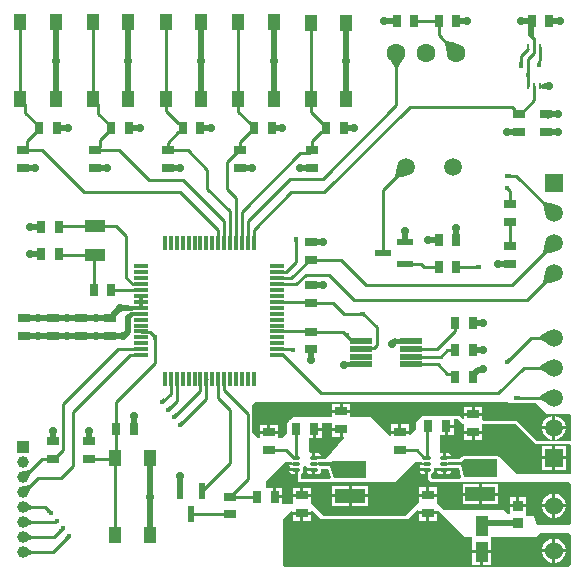
<source format=gtl>
G04*
G04 #@! TF.GenerationSoftware,Altium Limited,Altium Designer,22.8.2 (66)*
G04*
G04 Layer_Physical_Order=1*
G04 Layer_Color=255*
%FSLAX25Y25*%
%MOIN*%
G70*
G04*
G04 #@! TF.SameCoordinates,353F7BBD-D662-4BEA-BAB2-8ECF1C4A7E15*
G04*
G04*
G04 #@! TF.FilePolarity,Positive*
G04*
G01*
G75*
%ADD10C,0.01000*%
%ADD17R,0.07700X0.02000*%
%ADD18R,0.04331X0.05512*%
%ADD19R,0.03937X0.03150*%
%ADD20R,0.03150X0.03937*%
%ADD21C,0.06000*%
%ADD22R,0.04331X0.06693*%
%ADD23R,0.07087X0.03937*%
%ADD24R,0.00903X0.02375*%
%ADD25R,0.03543X0.03543*%
%ADD26R,0.09843X0.04724*%
%ADD27R,0.01181X0.04724*%
%ADD28R,0.04724X0.01181*%
%ADD29R,0.02362X0.05512*%
G04:AMPARAMS|DCode=30|XSize=26.38mil|YSize=11.81mil|CornerRadius=1.95mil|HoleSize=0mil|Usage=FLASHONLY|Rotation=0.000|XOffset=0mil|YOffset=0mil|HoleType=Round|Shape=RoundedRectangle|*
%AMROUNDEDRECTD30*
21,1,0.02638,0.00791,0,0,0.0*
21,1,0.02248,0.01181,0,0,0.0*
1,1,0.00390,0.01124,-0.00396*
1,1,0.00390,-0.01124,-0.00396*
1,1,0.00390,-0.01124,0.00396*
1,1,0.00390,0.01124,0.00396*
%
%ADD30ROUNDEDRECTD30*%
%ADD31R,0.05512X0.02362*%
%ADD47C,0.01968*%
%ADD48C,0.01575*%
%ADD49C,0.01181*%
%ADD50C,0.05906*%
%ADD51C,0.06299*%
%ADD52R,0.05906X0.05906*%
%ADD53C,0.03937*%
%ADD54R,0.03937X0.03937*%
%ADD55C,0.02756*%
%ADD56C,0.01772*%
G36*
X472469Y400649D02*
X469351Y397532D01*
X468611Y400682D01*
X469318Y401389D01*
X472469Y400649D01*
D02*
G37*
G36*
X494620Y393633D02*
X493380D01*
X493500Y394263D01*
X494500D01*
X494620Y393633D01*
D02*
G37*
G36*
X453000Y392501D02*
X452000D01*
X450295Y395251D01*
X454705D01*
X453000Y392501D01*
D02*
G37*
G36*
X497120Y390633D02*
X495880D01*
X496000Y391263D01*
X497000D01*
X497120Y390633D01*
D02*
G37*
G36*
X497000Y388737D02*
X496000D01*
X495880Y389367D01*
X497120D01*
X497000Y388737D01*
D02*
G37*
G36*
X490763Y357000D02*
Y356000D01*
X490133Y355880D01*
Y357120D01*
X490763Y357000D01*
D02*
G37*
G36*
X455722Y356547D02*
X452795Y355836D01*
X452088Y356543D01*
X452799Y359471D01*
X455722Y356547D01*
D02*
G37*
G36*
X490700Y351799D02*
X489845Y351239D01*
X489361Y351625D01*
X490372Y352344D01*
X490700Y351799D01*
D02*
G37*
G36*
X504971Y346953D02*
X502047Y344029D01*
X501336Y346957D01*
X502043Y347664D01*
X504971Y346953D01*
D02*
G37*
G36*
X419500Y334237D02*
X418500D01*
X418380Y334867D01*
X419620D01*
X419500Y334237D01*
D02*
G37*
G36*
X504971Y331047D02*
X502043Y330336D01*
X501336Y331043D01*
X502047Y333970D01*
X504971Y331047D01*
D02*
G37*
G36*
X479367Y325380D02*
X478737Y325500D01*
Y326500D01*
X479367Y326620D01*
Y325380D01*
D02*
G37*
G36*
X504971Y321047D02*
X502043Y320336D01*
X501336Y321043D01*
X502047Y323971D01*
X504971Y321047D01*
D02*
G37*
G36*
X440867Y309880D02*
X440237Y310000D01*
Y311000D01*
X440867Y311120D01*
Y309880D01*
D02*
G37*
G36*
X442746Y309961D02*
X442039Y309254D01*
X441509Y309614D01*
X442386Y310491D01*
X442746Y309961D01*
D02*
G37*
G36*
X435844Y304372D02*
X435125Y303361D01*
X434739Y303845D01*
X435299Y304700D01*
X435844Y304372D01*
D02*
G37*
G36*
X371991Y303754D02*
X371114Y302877D01*
X370877Y303371D01*
X371461Y304114D01*
X371991Y303754D01*
D02*
G37*
G36*
X437155Y302702D02*
X436183Y302259D01*
X435761Y302647D01*
X436848Y303244D01*
X437155Y302702D01*
D02*
G37*
G36*
X372500Y301605D02*
X371500D01*
X371380Y302235D01*
X372620D01*
X372500Y301605D01*
D02*
G37*
G36*
X502891Y300433D02*
X500318Y302000D01*
Y303000D01*
X502891Y304567D01*
Y300433D01*
D02*
G37*
G36*
X417315Y297939D02*
X416689Y298079D01*
X416798Y299079D01*
X417425Y299174D01*
X417315Y297939D01*
D02*
G37*
G36*
X490746Y295039D02*
X490386Y294509D01*
X489509Y295386D01*
X490039Y295746D01*
X490746Y295039D01*
D02*
G37*
G36*
X436195Y294327D02*
X436991Y292763D01*
X436018Y292572D01*
X435828Y294600D01*
X436195Y294327D01*
D02*
G37*
G36*
X502891Y290433D02*
X500318Y292000D01*
Y293000D01*
X502891Y294567D01*
Y290433D01*
D02*
G37*
G36*
X493763Y283000D02*
Y282000D01*
X493133Y281880D01*
Y283120D01*
X493763Y283000D01*
D02*
G37*
G36*
X375746Y281539D02*
X375386Y281009D01*
X374509Y281886D01*
X375039Y282246D01*
X375746Y281539D01*
D02*
G37*
G36*
X502891Y280433D02*
X500318Y282000D01*
Y283000D01*
X502891Y284567D01*
Y280433D01*
D02*
G37*
G36*
X377746Y279039D02*
X377386Y278509D01*
X376509Y279386D01*
X377039Y279746D01*
X377746Y279039D01*
D02*
G37*
G36*
X379746Y276539D02*
X379386Y276009D01*
X378509Y276886D01*
X379039Y277246D01*
X379746Y276539D01*
D02*
G37*
G36*
X381746Y274039D02*
X381386Y273509D01*
X380509Y274386D01*
X381039Y274746D01*
X381746Y274039D01*
D02*
G37*
G36*
X489905Y280595D02*
X498766D01*
X498770Y280599D01*
X498897Y280603D01*
X502500Y277000D01*
X510497D01*
X510850Y276646D01*
X510845Y268459D01*
X510672Y268190D01*
X510493Y268020D01*
X499422Y268020D01*
X492933Y274509D01*
X492602Y274730D01*
X492212Y274808D01*
X481443D01*
X481229Y274964D01*
X481047Y275192D01*
X481032Y275235D01*
Y276406D01*
X478063D01*
X475095D01*
Y275559D01*
X474633Y275367D01*
X473500Y276500D01*
X473069D01*
X472971Y276520D01*
X471638D01*
X471539Y276500D01*
X461000D01*
X459000Y274500D01*
Y272000D01*
X457074Y270074D01*
X456612Y270266D01*
Y270480D01*
X453644D01*
X450675D01*
Y269978D01*
X450213Y269787D01*
X444000Y276000D01*
X437055D01*
Y277406D01*
X434087D01*
Y277906D01*
D01*
Y277406D01*
X431118D01*
Y276000D01*
X418000D01*
X416968Y274969D01*
X416606D01*
Y274606D01*
X416000Y274000D01*
Y270500D01*
X414500Y269000D01*
X412968D01*
Y270453D01*
X410000D01*
X407031D01*
Y269000D01*
X406500D01*
X404529Y270971D01*
Y277000D01*
X404500Y277148D01*
Y280000D01*
X405500Y281000D01*
X489500D01*
X489905Y280595D01*
D02*
G37*
G36*
X431118Y272500D02*
X434087D01*
Y272000D01*
X434587D01*
Y269425D01*
X434954D01*
X435160Y268970D01*
X429009Y261943D01*
X427826Y261944D01*
X427733Y261968D01*
X426670D01*
X426590Y262021D01*
X426124Y262114D01*
X425000D01*
Y262469D01*
X424500D01*
Y264083D01*
X423876D01*
X423500Y264391D01*
Y269032D01*
X424587D01*
Y272000D01*
X425087D01*
Y272500D01*
X427661D01*
Y274000D01*
X431118D01*
Y272500D01*
D02*
G37*
G36*
X442500Y255662D02*
X431783D01*
X430541Y259847D01*
X426898D01*
X426590Y260053D01*
X426124Y260145D01*
X424138D01*
X424036Y260418D01*
X424387Y260855D01*
X426124D01*
X426590Y260947D01*
X426610Y260961D01*
X426670Y260949D01*
X427701D01*
X427826Y260924D01*
X429008Y260923D01*
X429042Y260930D01*
X429076Y260925D01*
X429236Y260968D01*
X429398Y261000D01*
X429427Y261020D01*
X429461Y261029D01*
X429592Y261129D01*
X429607Y261139D01*
X430691Y261139D01*
X431198Y261500D01*
X442500D01*
Y255662D01*
D02*
G37*
G36*
X474683Y273788D02*
X475095Y273575D01*
X475095Y273288D01*
Y271500D01*
X478063D01*
X481032D01*
Y273288D01*
X481032Y273575D01*
X481443Y273788D01*
X492212D01*
X499000Y267000D01*
X510493Y267000D01*
X510850Y266593D01*
X510850Y257514D01*
X510360Y257024D01*
Y257000D01*
X492500D01*
X486904Y262596D01*
X486805D01*
X486721Y262721D01*
X486390Y262942D01*
X486000Y263020D01*
X475000D01*
X474610Y262942D01*
X474279Y262721D01*
X473518Y261960D01*
X470848D01*
X470841Y261968D01*
X470083D01*
X470004Y262021D01*
X469537Y262114D01*
X468413D01*
Y262469D01*
X467913D01*
Y264083D01*
X467289D01*
X467000Y264320D01*
Y270031D01*
X468563D01*
Y273000D01*
X469063D01*
Y273500D01*
X471638D01*
Y275500D01*
X472971D01*
X474683Y273788D01*
D02*
G37*
G36*
X486000Y256132D02*
X475117D01*
X473982Y260064D01*
X469946D01*
X469537Y260145D01*
X467289D01*
X467221Y260201D01*
Y260383D01*
X467698Y260855D01*
X469537D01*
X469971Y260941D01*
X473941D01*
X475000Y262000D01*
X486000D01*
Y256132D01*
D02*
G37*
G36*
X330645Y257610D02*
X329957Y255787D01*
X328252Y257952D01*
X330025Y258403D01*
X330645Y257610D01*
D02*
G37*
G36*
X465985Y259032D02*
X466744D01*
X466823Y258979D01*
X467289Y258886D01*
X469537D01*
X470004Y258979D01*
X470083Y259032D01*
X470841D01*
X470852Y259045D01*
X473215D01*
X474088Y256020D01*
X473842Y255579D01*
X473815Y255555D01*
X473748Y255520D01*
X464549D01*
X464146Y255922D01*
Y256918D01*
X464129Y257001D01*
X464177Y257010D01*
X464572Y257274D01*
X464836Y257670D01*
X464929Y258136D01*
Y258927D01*
X465050Y259074D01*
X465950D01*
X465985Y259032D01*
D02*
G37*
G36*
X422729Y259430D02*
X422743Y259358D01*
X422678Y259032D01*
X423330D01*
X423410Y258979D01*
X423876Y258886D01*
X425000D01*
Y258531D01*
X425500D01*
Y256918D01*
X426124D01*
X426590Y257010D01*
X426986Y257274D01*
X427250Y257670D01*
X427342Y258136D01*
Y258828D01*
X429780D01*
X430642Y255920D01*
X430343Y255520D01*
X420731D01*
X420722Y256924D01*
X420718Y256942D01*
X420763Y257010D01*
X421159Y257274D01*
X421423Y257670D01*
X421516Y258136D01*
Y258927D01*
X421431Y259350D01*
X421459Y259453D01*
X421691Y259838D01*
X422491Y259843D01*
X422729Y259430D01*
D02*
G37*
G36*
X459814Y261000D02*
X460917D01*
X460996Y260947D01*
X461463Y260854D01*
X462587D01*
Y260000D01*
X460265D01*
X460337Y259638D01*
X460419Y259516D01*
X460337Y259393D01*
X460265Y259032D01*
X462587D01*
Y258531D01*
X463087D01*
Y256918D01*
X463126D01*
Y255500D01*
X464126Y254500D01*
X509845D01*
X509999Y254350D01*
X510000D01*
X510850Y253500D01*
X510850Y240850D01*
X510000Y240000D01*
X499328D01*
X498330Y243045D01*
X496131Y243026D01*
X495772Y243383D01*
Y243728D01*
X495772Y243866D01*
Y246000D01*
X490228D01*
Y243866D01*
X490124Y243751D01*
X489499Y243729D01*
X488228Y245000D01*
X468500D01*
X465969Y247532D01*
Y249500D01*
X463000D01*
Y250000D01*
D01*
Y249500D01*
X460032D01*
Y247532D01*
X455500Y243000D01*
X428500D01*
X424500Y247000D01*
X424332D01*
X423969Y247331D01*
X423969Y247500D01*
Y249406D01*
X421000D01*
X418032D01*
Y247500D01*
X418032Y247331D01*
X417668Y247000D01*
X414528D01*
Y249000D01*
X411953D01*
Y249500D01*
X411453D01*
Y252468D01*
X409378D01*
X409000Y252763D01*
Y254500D01*
X415500Y261000D01*
X417504D01*
X417583Y260947D01*
X418049Y260854D01*
X419173D01*
Y260000D01*
X416852D01*
X416924Y259638D01*
X417005Y259516D01*
X416924Y259393D01*
X416852Y259032D01*
X419173D01*
Y258531D01*
X419673D01*
Y256918D01*
X419703D01*
X419718Y254500D01*
X452000D01*
X459069Y261000D01*
X459796Y261020D01*
X459814Y261000D01*
D02*
G37*
G36*
X330645Y252609D02*
X329957Y250787D01*
X328252Y252952D01*
X330025Y253403D01*
X330645Y252609D01*
D02*
G37*
G36*
X331085Y246500D02*
Y245500D01*
X329406Y244622D01*
Y247378D01*
X331085Y246500D01*
D02*
G37*
G36*
X427500Y242000D02*
X428402D01*
X428500Y241980D01*
X455500D01*
X455598Y242000D01*
X456500D01*
X459570Y245070D01*
X460032Y244878D01*
Y244595D01*
X463000D01*
X465969D01*
Y244878D01*
X466430Y245070D01*
X475500Y236000D01*
X477835D01*
Y231669D01*
X484165D01*
Y236000D01*
X499000D01*
X500500Y237500D01*
X510000D01*
X510843Y236657D01*
X510856D01*
Y227000D01*
X510175Y226318D01*
X509832Y225994D01*
Y225994D01*
X415506D01*
X414662Y226838D01*
Y242000D01*
X417573Y244685D01*
X417995Y244500D01*
X421000D01*
X423969D01*
Y244878D01*
X424430Y245070D01*
X427500Y242000D01*
D02*
G37*
G36*
X337346Y244838D02*
X336469Y243961D01*
X336109Y244492D01*
X336816Y245199D01*
X337346Y244838D01*
D02*
G37*
G36*
X339086Y240608D02*
X338062Y240500D01*
X337939Y241500D01*
X338495Y241662D01*
X339086Y240608D01*
D02*
G37*
G36*
X331085Y241500D02*
Y240500D01*
X329406Y239622D01*
Y242378D01*
X331085Y241500D01*
D02*
G37*
G36*
X341346Y238067D02*
X340816Y237706D01*
X340109Y238413D01*
X340469Y238943D01*
X341346Y238067D01*
D02*
G37*
G36*
X343346Y235566D02*
X342816Y235206D01*
X342109Y235913D01*
X342469Y236443D01*
X343346Y235566D01*
D02*
G37*
G36*
X331085Y236500D02*
Y235500D01*
X329406Y234622D01*
Y237378D01*
X331085Y236500D01*
D02*
G37*
G36*
Y231500D02*
Y230500D01*
X329406Y229622D01*
Y232378D01*
X331085Y231500D01*
D02*
G37*
%LPC*%
G36*
X437055Y280480D02*
X434587D01*
Y278405D01*
X437055D01*
Y280480D01*
D02*
G37*
G36*
X433587D02*
X431118D01*
Y278405D01*
X433587D01*
Y280480D01*
D02*
G37*
G36*
X481032Y279480D02*
X478563D01*
Y277406D01*
X481032D01*
Y279480D01*
D02*
G37*
G36*
X477563D02*
X475095D01*
Y277406D01*
X477563D01*
Y279480D01*
D02*
G37*
G36*
X505520Y276453D02*
X505500D01*
Y273000D01*
X508953D01*
Y273020D01*
X508683Y274026D01*
X508163Y274927D01*
X507427Y275663D01*
X506526Y276183D01*
X505520Y276453D01*
D02*
G37*
G36*
X504500D02*
X504480D01*
X503474Y276183D01*
X502573Y275663D01*
X501837Y274927D01*
X501317Y274026D01*
X501047Y273020D01*
Y273000D01*
X504500D01*
Y276453D01*
D02*
G37*
G36*
X456612Y273555D02*
X454144D01*
Y271480D01*
X456612D01*
Y273555D01*
D02*
G37*
G36*
X453144D02*
X450675D01*
Y271480D01*
X453144D01*
Y273555D01*
D02*
G37*
G36*
X412968Y273528D02*
X410500D01*
Y271453D01*
X412968D01*
Y273528D01*
D02*
G37*
G36*
X409500D02*
X407031D01*
Y271453D01*
X409500D01*
Y273528D01*
D02*
G37*
G36*
X508953Y272000D02*
X505500D01*
Y268547D01*
X505520D01*
X506526Y268817D01*
X507427Y269337D01*
X508163Y270073D01*
X508683Y270974D01*
X508953Y271980D01*
Y272000D01*
D02*
G37*
G36*
X504500D02*
X501047D01*
Y271980D01*
X501317Y270974D01*
X501837Y270073D01*
X502573Y269337D01*
X503474Y268817D01*
X504480Y268547D01*
X504500D01*
Y272000D01*
D02*
G37*
G36*
X433587Y271500D02*
X431118D01*
Y269425D01*
X433587D01*
Y271500D01*
D02*
G37*
G36*
X427661Y271500D02*
X425587D01*
Y269032D01*
X427661D01*
Y271500D01*
D02*
G37*
G36*
X426124Y264083D02*
X425500D01*
Y262968D01*
X427322D01*
X427250Y263330D01*
X426986Y263726D01*
X426590Y263990D01*
X426124Y264083D01*
D02*
G37*
G36*
X471638Y272500D02*
X469563D01*
Y270031D01*
X471638D01*
Y272500D01*
D02*
G37*
G36*
X481032Y270500D02*
X478563D01*
Y268425D01*
X481032D01*
Y270500D01*
D02*
G37*
G36*
X477563D02*
X475095D01*
Y268425D01*
X477563D01*
Y270500D01*
D02*
G37*
G36*
X508953Y266453D02*
X505500D01*
Y263000D01*
X508953D01*
Y266453D01*
D02*
G37*
G36*
X504500D02*
X501047D01*
Y263000D01*
X504500D01*
Y266453D01*
D02*
G37*
G36*
X469537Y264083D02*
X468913D01*
Y262968D01*
X470735D01*
X470663Y263330D01*
X470399Y263726D01*
X470004Y263990D01*
X469537Y264083D01*
D02*
G37*
G36*
X508953Y262000D02*
X505500D01*
Y258547D01*
X508953D01*
Y262000D01*
D02*
G37*
G36*
X504500D02*
X501047D01*
Y258547D01*
X504500D01*
Y262000D01*
D02*
G37*
G36*
X470735Y258032D02*
X468913D01*
Y256918D01*
X469537D01*
X470004Y257010D01*
X470399Y257274D01*
X470663Y257670D01*
X470735Y258032D01*
D02*
G37*
G36*
X467913D02*
X466092D01*
X466164Y257670D01*
X466428Y257274D01*
X466823Y257010D01*
X467289Y256918D01*
X467913D01*
Y258032D01*
D02*
G37*
G36*
X424500D02*
X422678D01*
X422750Y257670D01*
X423014Y257274D01*
X423410Y257010D01*
X423876Y256918D01*
X424500D01*
Y258032D01*
D02*
G37*
G36*
X462087D02*
X460265D01*
X460337Y257670D01*
X460601Y257274D01*
X460996Y257010D01*
X461463Y256918D01*
X462087D01*
Y258032D01*
D02*
G37*
G36*
X418673D02*
X416852D01*
X416924Y257670D01*
X417188Y257274D01*
X417583Y257010D01*
X418049Y256918D01*
X418673D01*
Y258032D01*
D02*
G37*
G36*
X486421Y253701D02*
X481000D01*
Y250839D01*
X486421D01*
Y253701D01*
D02*
G37*
G36*
X480000D02*
X474579D01*
Y250839D01*
X480000D01*
Y253701D01*
D02*
G37*
G36*
X465969Y252575D02*
X463500D01*
Y250500D01*
X465969D01*
Y252575D01*
D02*
G37*
G36*
X462500D02*
X460032D01*
Y250500D01*
X462500D01*
Y252575D01*
D02*
G37*
G36*
X423969Y252480D02*
X421500D01*
Y250406D01*
X423969D01*
Y252480D01*
D02*
G37*
G36*
X420500D02*
X418032D01*
Y250406D01*
X420500D01*
Y252480D01*
D02*
G37*
G36*
X443008Y253201D02*
X437587D01*
Y250339D01*
X443008D01*
Y253201D01*
D02*
G37*
G36*
X436587D02*
X431165D01*
Y250339D01*
X436587D01*
Y253201D01*
D02*
G37*
G36*
X412453Y252468D02*
Y250000D01*
X414528D01*
Y252468D01*
X412453D01*
D02*
G37*
G36*
X505527Y250500D02*
X505500D01*
Y247000D01*
X509000D01*
Y247027D01*
X508727Y248044D01*
X508201Y248956D01*
X507456Y249701D01*
X506544Y250227D01*
X505527Y250500D01*
D02*
G37*
G36*
X504500D02*
X504473D01*
X503456Y250227D01*
X502544Y249701D01*
X501799Y248956D01*
X501273Y248044D01*
X501000Y247027D01*
Y247000D01*
X504500D01*
Y250500D01*
D02*
G37*
G36*
X495772Y249272D02*
X493500D01*
Y247000D01*
X495772D01*
Y249272D01*
D02*
G37*
G36*
X492500D02*
X490228D01*
Y247000D01*
X492500D01*
Y249272D01*
D02*
G37*
G36*
X486421Y249839D02*
X481000D01*
Y246976D01*
X486421D01*
Y249839D01*
D02*
G37*
G36*
X480000D02*
X474579D01*
Y246976D01*
X480000D01*
Y249839D01*
D02*
G37*
G36*
X443008Y249339D02*
X437587D01*
Y246476D01*
X443008D01*
Y249339D01*
D02*
G37*
G36*
X436587D02*
X431165D01*
Y246476D01*
X436587D01*
Y249339D01*
D02*
G37*
G36*
X509000Y246000D02*
X505500D01*
Y242500D01*
X505527D01*
X506544Y242773D01*
X507456Y243299D01*
X508201Y244044D01*
X508727Y244956D01*
X509000Y245973D01*
Y246000D01*
D02*
G37*
G36*
X504500D02*
X501000D01*
Y245973D01*
X501273Y244956D01*
X501799Y244044D01*
X502544Y243299D01*
X503456Y242773D01*
X504473Y242500D01*
X504500D01*
Y246000D01*
D02*
G37*
G36*
X465969Y243595D02*
X463500D01*
Y241520D01*
X465969D01*
Y243595D01*
D02*
G37*
G36*
X462500D02*
X460032D01*
Y241520D01*
X462500D01*
Y243595D01*
D02*
G37*
G36*
X423969Y243500D02*
X421500D01*
Y241425D01*
X423969D01*
Y243500D01*
D02*
G37*
G36*
X420500D02*
X418032D01*
Y241425D01*
X420500D01*
Y243500D01*
D02*
G37*
G36*
X505527Y235500D02*
X505500D01*
Y232000D01*
X509000D01*
Y232027D01*
X508727Y233044D01*
X508201Y233956D01*
X507456Y234701D01*
X506544Y235227D01*
X505527Y235500D01*
D02*
G37*
G36*
X504500D02*
X504473D01*
X503456Y235227D01*
X502544Y234701D01*
X501799Y233956D01*
X501273Y233044D01*
X501000Y232027D01*
Y232000D01*
X504500D01*
Y235500D01*
D02*
G37*
G36*
X509000Y231000D02*
X505500D01*
Y227500D01*
X505527D01*
X506544Y227773D01*
X507456Y228299D01*
X508201Y229044D01*
X508727Y229956D01*
X509000Y230973D01*
Y231000D01*
D02*
G37*
G36*
X504500D02*
X501000D01*
Y230973D01*
X501273Y229956D01*
X501799Y229044D01*
X502544Y228299D01*
X503456Y227773D01*
X504473Y227500D01*
X504500D01*
Y231000D01*
D02*
G37*
G36*
X484165Y230669D02*
X481500D01*
Y226823D01*
X484165D01*
Y230669D01*
D02*
G37*
G36*
X480500D02*
X477835D01*
Y226823D01*
X480500D01*
Y230669D01*
D02*
G37*
%LPD*%
D10*
X500438Y386500D02*
X501500D01*
X462587Y262469D02*
Y272429D01*
X496500Y386500D02*
Y395500D01*
X498469Y397469D01*
Y399475D02*
Y401969D01*
Y397469D02*
Y399475D01*
X436148Y303002D02*
X437750Y301400D01*
X436000Y303500D02*
X436148Y303352D01*
X434791Y304500D02*
X435791Y303500D01*
X436148Y303002D02*
Y303352D01*
X424000Y304500D02*
X434791D01*
X435791Y303500D02*
X436000D01*
X437750Y301400D02*
X440600D01*
X441500Y310500D02*
X446000Y306000D01*
X435000Y310500D02*
X441500D01*
X431500Y314000D02*
X435000Y310500D01*
X489500Y294500D02*
X497500Y302500D01*
X494000Y393000D02*
Y396336D01*
X496452Y398787D01*
X500148Y394648D02*
X500438Y394938D01*
Y399475D01*
X500000Y393500D02*
X500148Y393648D01*
Y394648D01*
X498469Y401969D02*
X498500Y402000D01*
X498469Y381575D02*
Y386500D01*
X493894Y377000D02*
X498469Y381575D01*
X328328Y256000D02*
X334328Y262000D01*
X338000D01*
X338394D01*
X417921Y298579D02*
X418000Y298500D01*
X412854Y298579D02*
X417921D01*
X412776Y298657D02*
X412854Y298579D01*
X472500Y326000D02*
X480000D01*
X424000Y314000D02*
X431500D01*
X422230Y323500D02*
X430000D01*
X438500Y315000D01*
X496000D01*
X446000Y300129D02*
Y306000D01*
X496000Y315000D02*
X505000Y324000D01*
X491000Y320000D02*
X505000Y334000D01*
X442500Y320000D02*
X491000D01*
X434000Y328500D02*
X442500Y320000D01*
X424000Y328500D02*
X434000D01*
X423606D02*
X424000D01*
X414547Y296689D02*
X427236Y284000D01*
X486500D01*
X489500Y352291D02*
Y352500D01*
X490500Y346953D02*
Y351291D01*
X489500Y352291D02*
X490500Y351291D01*
X489500Y356500D02*
X492500D01*
X505000Y344000D01*
X490500Y333000D02*
Y341047D01*
X412776Y320311D02*
X419042D01*
X422230Y323500D01*
X412776Y322280D02*
X417386D01*
X423606Y328500D01*
X412866Y324339D02*
X415671D01*
X419000Y327667D01*
X412776Y324248D02*
X412866Y324339D01*
X419000Y327667D02*
Y335500D01*
X339146Y241452D02*
X339355D01*
X328000Y241000D02*
X338694D01*
X339146Y241452D01*
X335307Y246000D02*
X337355Y243952D01*
X328000Y246000D02*
X335307D01*
X328000Y231000D02*
X337903D01*
X343355Y236452D01*
X338403Y236000D02*
X341355Y238952D01*
X328000Y236000D02*
X338403D01*
X376500Y278500D02*
X379311Y281311D01*
Y288815D01*
X492500Y282500D02*
X505000D01*
X495000Y292500D02*
X505000D01*
X486500Y284000D02*
X495000Y292500D01*
X497500Y302500D02*
X505000D01*
X412776Y296689D02*
X414547D01*
X467300Y296200D02*
X469511Y298411D01*
X466200Y298800D02*
X472000Y304600D01*
Y307500D01*
X457400Y296200D02*
X467300D01*
X469511Y298411D02*
X471911D01*
X457400Y298800D02*
X466200D01*
X471911Y298411D02*
X472000Y298500D01*
X333055Y255727D02*
X340727D01*
X328328Y251000D02*
X333055Y255727D01*
X340727D02*
X344659Y259660D01*
X397086Y260586D02*
Y278414D01*
X393181Y282319D02*
Y286479D01*
Y282319D02*
X397086Y278414D01*
X380500Y273500D02*
X389154Y282154D01*
Y288815D01*
X378500Y276000D02*
X387185Y284685D01*
Y288815D01*
X374500Y281000D02*
X377252Y283752D01*
Y288724D01*
X403000Y255500D02*
Y277000D01*
X397000Y249500D02*
X403000Y255500D01*
X395059Y284941D02*
X403000Y277000D01*
X395059Y284941D02*
Y288815D01*
X389154D02*
X389244Y288724D01*
X393181Y286479D02*
Y288724D01*
X393091Y288815D02*
X393181Y288724D01*
Y286479D02*
X393181Y286479D01*
X387740Y251240D02*
X397086Y260586D01*
X377252Y288724D02*
X377343Y288815D01*
X415866Y265047D02*
X418445Y262469D01*
X410000Y265047D02*
X415866D01*
X418445Y262469D02*
X419173D01*
X461858D02*
X462587D01*
X453644Y265074D02*
X459252D01*
X461858Y262469D01*
X453392Y265175D02*
X453424Y265143D01*
X384165Y243595D02*
X397000D01*
X384000Y243760D02*
X384165Y243595D01*
X455500Y327020D02*
X460787D01*
X461807Y326000D01*
X466595D01*
X359658Y298657D02*
X367500D01*
X341500Y265106D02*
Y280500D01*
X359658Y298657D01*
X344659Y277660D02*
X363689Y296689D01*
X367500D01*
X344659Y259660D02*
Y277660D01*
X359095Y262795D02*
Y272000D01*
X358594Y262295D02*
X359095Y262795D01*
X358594Y236705D02*
Y262295D01*
X358299Y262000D02*
X358594Y262295D01*
X349915Y262000D02*
X358299D01*
X359095Y272000D02*
Y281095D01*
X338394Y262000D02*
X341500Y265106D01*
X328000Y251000D02*
X328328D01*
X328000Y256000D02*
X328328D01*
X448020Y330760D02*
Y351768D01*
X455752Y359500D01*
X370395Y304472D02*
X372000Y302868D01*
Y294000D02*
Y302868D01*
X359095Y281095D02*
X372000Y294000D01*
X367590Y304472D02*
X370395D01*
X367500Y304563D02*
X367590Y304472D01*
X397000Y249500D02*
X406047D01*
X466595Y403406D02*
X472500Y397500D01*
X466595Y403406D02*
Y408000D01*
X458453D02*
X466595D01*
X396000Y352000D02*
Y361019D01*
Y352000D02*
X398996Y349004D01*
Y334091D02*
Y349004D01*
X469511Y290489D02*
X471011D01*
X472000Y289500D01*
X457400Y293600D02*
X466400D01*
X469511Y290489D01*
X412776Y314405D02*
X423595D01*
X424000Y314000D01*
X440913Y299113D02*
X444983D01*
X440600Y298800D02*
X440913Y299113D01*
X444983D02*
X446000Y300129D01*
X412776Y304563D02*
X423937D01*
X424000Y304500D01*
X417500Y351000D02*
X428500D01*
X457000Y379500D02*
X491000D01*
X428500Y351000D02*
X457000Y379500D01*
X404902Y338402D02*
X417500Y351000D01*
X381500Y355000D02*
X395059Y341441D01*
X360000Y365000D02*
X370000Y355000D01*
X381500D01*
X409563Y265484D02*
X410000Y265047D01*
X419173Y271992D02*
X419181Y272000D01*
X419173Y262469D02*
Y271992D01*
X462587Y272429D02*
X463158Y273000D01*
X452500Y380000D02*
Y397500D01*
X428000Y355500D02*
X452500Y380000D01*
X417000Y355500D02*
X428000D01*
X403024Y334181D02*
Y341524D01*
X417000Y355500D01*
X404902Y334091D02*
Y338402D01*
X389500Y352000D02*
X396937Y344563D01*
Y336427D02*
Y344563D01*
X389500Y352000D02*
Y358500D01*
X393091Y334091D02*
Y338409D01*
X380507Y350993D02*
X393091Y338409D01*
X348507Y350993D02*
X380507D01*
X493500Y377000D02*
X493894D01*
X493106D02*
X493500D01*
X492031Y378075D02*
X493106Y377000D01*
X492031Y378075D02*
Y378468D01*
X491000Y379500D02*
X492031Y378468D01*
X402933Y334091D02*
X403024Y334181D01*
X400965Y334091D02*
Y344465D01*
X420425Y363925D02*
X423425D01*
X400965Y344465D02*
X420425Y363925D01*
X423425D02*
X424500Y365000D01*
X396000Y361019D02*
X399981Y365000D01*
X396937Y336427D02*
X396937Y336427D01*
Y334181D02*
Y336427D01*
X383000Y365000D02*
X389500Y358500D01*
X396937Y334181D02*
X397028Y334091D01*
X376250Y365000D02*
X383000D01*
X334500D02*
X348507Y350993D01*
X328394Y365000D02*
X334500D01*
X352519D02*
X360000D01*
X395059Y334091D02*
Y341441D01*
X399981Y365000D02*
X400375D01*
X352125D02*
X352519D01*
X328000D02*
X328394D01*
X424500Y368000D02*
X427531Y371031D01*
X427925D01*
X429000Y372106D02*
Y372500D01*
X424500Y365000D02*
Y368000D01*
X427925Y371031D02*
X429000Y372106D01*
X424000Y377654D02*
X427685Y373969D01*
X427925D01*
X429000Y372500D02*
Y372894D01*
X424000Y377654D02*
Y381909D01*
X427925Y373969D02*
X429000Y372894D01*
X424000Y381909D02*
Y407500D01*
X403656Y371031D02*
X404050D01*
X405125Y372106D01*
Y372894D01*
X400375Y365000D02*
Y367750D01*
X403656Y371031D01*
X399797Y377828D02*
Y382000D01*
Y377828D02*
X403656Y373969D01*
X404050D01*
X405125Y372894D01*
X399797Y382000D02*
Y407591D01*
X376250Y367500D02*
X379782Y371031D01*
X380175D02*
X381250Y372106D01*
X376250Y365000D02*
Y367500D01*
X379782Y371031D02*
X380175D01*
X381250Y372106D02*
Y372500D01*
X375594Y378155D02*
X379782Y373969D01*
X380175D01*
X381250Y372894D01*
Y372500D02*
Y372894D01*
X375594Y378155D02*
Y382000D01*
Y407591D01*
X353593Y368325D02*
X357375Y372106D01*
Y372500D01*
X353593Y366075D02*
Y368325D01*
X352519Y365000D02*
X353593Y366075D01*
X353057Y377212D02*
Y380335D01*
Y377212D02*
X357375Y372894D01*
Y372500D02*
Y372894D01*
X351392Y382000D02*
X353057Y380335D01*
X351392Y382000D02*
Y407591D01*
X328394Y365000D02*
X329468Y366075D01*
Y368075D01*
X333500Y372106D01*
Y372500D01*
X327189Y382000D02*
X328854Y380335D01*
Y377539D02*
Y380335D01*
Y377539D02*
X333500Y372894D01*
Y372500D02*
Y372894D01*
X327189Y382000D02*
Y407591D01*
X340342Y339843D02*
X352000D01*
X340000Y339500D02*
X340342Y339843D01*
X340000Y330500D02*
X340500Y330000D01*
X352000D01*
X351594Y318500D02*
Y329594D01*
X352000Y330000D01*
Y339843D02*
X359157D01*
X362500Y336500D01*
Y322506D02*
Y336500D01*
Y322506D02*
X364604Y320402D01*
X367409D02*
X367500Y320311D01*
X364604Y320402D02*
X367409D01*
X358575Y318433D02*
X365638D01*
X357500Y318500D02*
X358575Y318433D01*
X365638D02*
X367500Y318342D01*
D17*
X440600Y301400D02*
D03*
Y298800D02*
D03*
Y296200D02*
D03*
Y293600D02*
D03*
X457400D02*
D03*
Y296200D02*
D03*
Y298800D02*
D03*
Y301400D02*
D03*
D18*
X358594Y236705D02*
D03*
Y262295D02*
D03*
X370406Y236705D02*
D03*
Y262295D02*
D03*
X424000Y381909D02*
D03*
Y407500D02*
D03*
X435811Y381909D02*
D03*
Y407500D02*
D03*
X411608Y407591D02*
D03*
Y382000D02*
D03*
X399797Y407591D02*
D03*
Y382000D02*
D03*
X375594D02*
D03*
Y407591D02*
D03*
X387405Y382000D02*
D03*
Y407591D02*
D03*
X363203D02*
D03*
Y382000D02*
D03*
X351392Y407591D02*
D03*
Y382000D02*
D03*
X327189D02*
D03*
Y407591D02*
D03*
X339000Y382000D02*
D03*
Y407591D02*
D03*
D19*
X490500Y333000D02*
D03*
Y327095D02*
D03*
X349915Y267905D02*
D03*
Y262000D02*
D03*
X424000Y304500D02*
D03*
Y298594D02*
D03*
Y314000D02*
D03*
Y319905D02*
D03*
Y334405D02*
D03*
Y328500D02*
D03*
X490500Y346953D02*
D03*
Y341047D02*
D03*
X328000Y359095D02*
D03*
Y365000D02*
D03*
X352125Y359095D02*
D03*
Y365000D02*
D03*
X376250Y359095D02*
D03*
Y365000D02*
D03*
X400375Y359095D02*
D03*
Y365000D02*
D03*
X424500Y359095D02*
D03*
Y365000D02*
D03*
X338000Y262000D02*
D03*
Y267905D02*
D03*
X493500Y377000D02*
D03*
Y371094D02*
D03*
X453644Y265074D02*
D03*
Y270980D02*
D03*
X410000Y265047D02*
D03*
Y270953D02*
D03*
X397000Y249500D02*
D03*
Y243595D02*
D03*
X328500Y303095D02*
D03*
Y309000D02*
D03*
X357000Y303095D02*
D03*
Y309000D02*
D03*
X347500Y303095D02*
D03*
Y309000D02*
D03*
X338000Y303095D02*
D03*
Y309000D02*
D03*
X502500Y377000D02*
D03*
Y371094D02*
D03*
X463000Y244094D02*
D03*
Y250000D02*
D03*
X421000Y244000D02*
D03*
Y249905D02*
D03*
X478063Y276905D02*
D03*
Y271000D02*
D03*
X434087Y277906D02*
D03*
Y272000D02*
D03*
D20*
X351594Y318500D02*
D03*
X357500D02*
D03*
X411953Y249500D02*
D03*
X406047D02*
D03*
X466595Y408000D02*
D03*
X472500D02*
D03*
X477906Y307500D02*
D03*
X472000D02*
D03*
X477906Y298500D02*
D03*
X472000D02*
D03*
X477906Y289500D02*
D03*
X472000D02*
D03*
X466595Y326000D02*
D03*
X472500D02*
D03*
X469063Y273000D02*
D03*
X463158D02*
D03*
X425087Y272000D02*
D03*
X419181D02*
D03*
X365000D02*
D03*
X359095D02*
D03*
X334095Y339500D02*
D03*
X340000D02*
D03*
X334095Y330500D02*
D03*
X340000D02*
D03*
X429000Y372500D02*
D03*
X434905D02*
D03*
X405125D02*
D03*
X411030D02*
D03*
X381250D02*
D03*
X387156D02*
D03*
X357375D02*
D03*
X363281D02*
D03*
X333500D02*
D03*
X339405D02*
D03*
X452547Y408000D02*
D03*
X458453D02*
D03*
X472500Y335000D02*
D03*
X466595D02*
D03*
X503500Y408000D02*
D03*
X497594D02*
D03*
D21*
X505000Y231500D02*
D03*
Y246500D02*
D03*
D22*
X481000Y231169D02*
D03*
Y239831D02*
D03*
D23*
X352000Y339843D02*
D03*
Y330000D02*
D03*
D24*
X496500Y399475D02*
D03*
X498469D02*
D03*
X500438D02*
D03*
Y386500D02*
D03*
X498469D02*
D03*
X496500D02*
D03*
D25*
X493000Y240595D02*
D03*
Y246500D02*
D03*
D26*
X480500Y259000D02*
D03*
Y250339D02*
D03*
X437087Y258500D02*
D03*
Y249839D02*
D03*
D27*
X375374Y334091D02*
D03*
X377343D02*
D03*
X379311D02*
D03*
X381279D02*
D03*
X383248D02*
D03*
X385216D02*
D03*
X387185D02*
D03*
X389154D02*
D03*
X391122D02*
D03*
X393091D02*
D03*
X395059D02*
D03*
X397028D02*
D03*
X398996D02*
D03*
X400965D02*
D03*
X402933D02*
D03*
X404902D02*
D03*
Y288815D02*
D03*
X402933D02*
D03*
X400965D02*
D03*
X398996D02*
D03*
X397028D02*
D03*
X395059D02*
D03*
X393091D02*
D03*
X391122D02*
D03*
X389154D02*
D03*
X387185D02*
D03*
X385216D02*
D03*
X383248D02*
D03*
X381279D02*
D03*
X379311D02*
D03*
X377343D02*
D03*
X375374D02*
D03*
D28*
X412776Y326217D02*
D03*
Y324248D02*
D03*
Y322280D02*
D03*
Y320311D02*
D03*
Y318342D02*
D03*
Y316374D02*
D03*
Y314405D02*
D03*
Y312437D02*
D03*
Y310469D02*
D03*
Y308500D02*
D03*
Y306532D02*
D03*
Y304563D02*
D03*
Y302594D02*
D03*
Y300626D02*
D03*
Y298657D02*
D03*
Y296689D02*
D03*
X367500D02*
D03*
Y298657D02*
D03*
Y300626D02*
D03*
Y302594D02*
D03*
Y304563D02*
D03*
Y306532D02*
D03*
Y308500D02*
D03*
Y310469D02*
D03*
Y312437D02*
D03*
Y314405D02*
D03*
Y316374D02*
D03*
Y318342D02*
D03*
Y320311D02*
D03*
Y322280D02*
D03*
Y324248D02*
D03*
Y326217D02*
D03*
D29*
X387740Y251240D02*
D03*
X380260D02*
D03*
X384000Y243760D02*
D03*
D30*
X425000Y262469D02*
D03*
Y260500D02*
D03*
Y258531D02*
D03*
X419173D02*
D03*
Y260500D02*
D03*
Y262469D02*
D03*
X462587D02*
D03*
Y260500D02*
D03*
Y258531D02*
D03*
X468413D02*
D03*
Y260500D02*
D03*
Y262469D02*
D03*
D31*
X448020Y330760D02*
D03*
X455500Y334500D02*
D03*
Y327020D02*
D03*
D47*
X363000Y304248D02*
Y309355D01*
X361847Y303095D02*
X363000Y304248D01*
X356906Y303095D02*
X357000Y303000D01*
Y303095D02*
X361847D01*
X481764Y240595D02*
X493000D01*
X481000Y239831D02*
X481764Y240595D01*
X338000Y267905D02*
Y271500D01*
X479861Y291849D02*
X481349D01*
X481500Y292000D01*
X477906Y289894D02*
X479861Y291849D01*
X477906Y298500D02*
X481500D01*
X477906Y307500D02*
X481500D01*
X424000Y319905D02*
X424047Y319953D01*
X427953D02*
X428000Y320000D01*
X424047Y319953D02*
X427953D01*
X328106Y309000D02*
X328500D01*
X337606D01*
X338000D01*
X347500D02*
X356606D01*
X357000D01*
X349958Y267948D02*
Y271458D01*
X350000Y271500D01*
X451213Y300500D02*
X452113Y301400D01*
X451000Y300500D02*
X451213D01*
X328047Y359047D02*
X331953D01*
X328000Y359095D02*
X328047Y359047D01*
X331953D02*
X332000Y359000D01*
X352125Y359095D02*
X352172Y359047D01*
X355953D02*
X356000Y359000D01*
X352172Y359047D02*
X355953D01*
X376297D02*
X380253D01*
X380300Y359000D01*
X376250Y359095D02*
X376297Y359047D01*
X420500Y359000D02*
X420547Y359047D01*
X424453D01*
X400375Y359095D02*
X400422Y359047D01*
X404453D02*
X404500Y359000D01*
X400422Y359047D02*
X404453D01*
X338000Y309000D02*
X347500D01*
X424453Y359047D02*
X424500Y359095D01*
X363281Y372500D02*
X367000D01*
X387156D02*
X390800D01*
X411030D02*
X414500D01*
X434905D02*
X438500D01*
X472500Y335000D02*
Y339000D01*
X486500Y327000D02*
X486547Y327047D01*
X490453D01*
X463000Y335000D02*
X466595D01*
X455500Y334500D02*
Y338000D01*
X502500Y371094D02*
X502547Y371047D01*
X506453D02*
X506500Y371000D01*
X502547Y371047D02*
X506453D01*
X489595Y371094D02*
X493500D01*
X489500Y371000D02*
X489595Y371094D01*
X502000Y386500D02*
X503500D01*
Y408000D02*
X507000D01*
X494000D02*
X497594D01*
X472500D02*
X476000D01*
X330500Y330500D02*
X334095D01*
X330500Y339500D02*
X334095D01*
X435811Y381909D02*
Y407500D01*
X411608Y382000D02*
Y407591D01*
X387156Y381750D02*
X387405Y382000D01*
Y407591D01*
X347500Y303000D02*
X347594Y303095D01*
X347406D02*
X347500Y303000D01*
X338094Y303095D02*
X347106D01*
X347406D02*
X347500D01*
X347106D02*
X347406D01*
X337906D02*
X338000D01*
X337606D02*
X337906D01*
X338000Y303000D02*
X338094Y303095D01*
X337906D02*
X338000Y303000D01*
X328594Y303095D02*
X337606D01*
X328106D02*
X328500D01*
X356906D02*
X357000D01*
X356606D02*
X356906D01*
X347594D02*
X356606D01*
X339405Y372500D02*
X343000D01*
X502500Y377000D02*
X506500D01*
X424000Y334405D02*
X427906D01*
X448500Y408000D02*
X452547D01*
X363203Y382000D02*
Y407591D01*
X339000Y382000D02*
Y407591D01*
X337906Y267812D02*
X338000Y267905D01*
X365000Y272000D02*
Y276500D01*
X370406Y236705D02*
Y262295D01*
X380260Y251240D02*
Y256240D01*
X380217Y251198D02*
X380260Y251240D01*
X424000Y295000D02*
Y298594D01*
X477906Y289500D02*
Y289894D01*
X497500Y403500D02*
Y407905D01*
X490453Y327047D02*
X490500Y327095D01*
X349915Y267905D02*
X349958Y267948D01*
X434087Y277906D02*
X434480D01*
X410000Y270953D02*
X410394D01*
X453644Y270980D02*
X454037D01*
X370406Y262295D02*
Y262886D01*
X462606Y244094D02*
X463000D01*
X463394D01*
X369224Y264067D02*
X370406Y262886D01*
X472500Y408000D02*
X472628Y407872D01*
X497500Y407905D02*
X497594Y408000D01*
X327623Y261377D02*
X328000Y261000D01*
X502500Y377000D02*
X503091Y376409D01*
X357984Y309984D02*
X360437Y312437D01*
X363000D01*
D48*
X452113Y301400D02*
X457400D01*
X501500Y386500D02*
X502000D01*
X440550Y293550D02*
X440600Y293600D01*
X435050Y293550D02*
X440550D01*
X435000Y293500D02*
X435050Y293550D01*
X363000Y309469D02*
X364000Y310469D01*
X363000Y309355D02*
Y309469D01*
Y312437D02*
X364000D01*
D49*
X497500Y403000D02*
X498500Y402000D01*
X497500Y403000D02*
Y403500D01*
X462500Y397500D02*
Y397654D01*
X435811Y407500D02*
X436311Y408000D01*
X434905Y381004D02*
X435811Y381909D01*
X411030Y381422D02*
X411608Y382000D01*
X363203D02*
X363281Y381922D01*
X339000Y382000D02*
X339405Y381594D01*
X364000Y310469D02*
X367500D01*
X364000Y312437D02*
X367500D01*
Y314405D02*
Y316374D01*
Y312437D02*
Y314405D01*
D50*
X455752Y359500D02*
D03*
X471500D02*
D03*
X505000Y324000D02*
D03*
Y334000D02*
D03*
Y344000D02*
D03*
Y272500D02*
D03*
Y282500D02*
D03*
Y292500D02*
D03*
Y302500D02*
D03*
D51*
X452500Y397500D02*
D03*
X462500D02*
D03*
X472500D02*
D03*
D52*
X505000Y354000D02*
D03*
Y262500D02*
D03*
D53*
X328000Y231000D02*
D03*
Y236000D02*
D03*
Y241000D02*
D03*
Y246000D02*
D03*
Y251000D02*
D03*
Y256000D02*
D03*
Y261000D02*
D03*
D54*
Y266000D02*
D03*
D55*
X333000Y303000D02*
D03*
X342858Y303163D02*
D03*
X352500Y303000D02*
D03*
X352223Y309013D02*
D03*
X342835Y308968D02*
D03*
X333000Y309000D02*
D03*
X361500Y303000D02*
D03*
X360500Y312500D02*
D03*
X338000Y271500D02*
D03*
X481500Y292000D02*
D03*
Y298500D02*
D03*
Y307500D02*
D03*
X428000Y320000D02*
D03*
X424000Y295000D02*
D03*
X350000Y271500D02*
D03*
X451000Y300500D02*
D03*
X332000Y359000D02*
D03*
X356000D02*
D03*
X380300D02*
D03*
X420500D02*
D03*
X404500D02*
D03*
X367000Y372500D02*
D03*
X390800D02*
D03*
X414500D02*
D03*
X438500D02*
D03*
X472500Y339000D02*
D03*
X486500Y327000D02*
D03*
X463000Y335000D02*
D03*
X455500Y338000D02*
D03*
X506500Y371000D02*
D03*
X489500D02*
D03*
X503500Y386500D02*
D03*
X507000Y408000D02*
D03*
X494000D02*
D03*
X476000D02*
D03*
X330500Y330500D02*
D03*
Y339500D02*
D03*
X435811Y394705D02*
D03*
X411608Y394795D02*
D03*
X387405D02*
D03*
X343000Y372500D02*
D03*
X506500Y377000D02*
D03*
X427906Y334405D02*
D03*
X448500Y408000D02*
D03*
X363203Y394795D02*
D03*
X339000D02*
D03*
X365000Y276500D02*
D03*
X370406Y249500D02*
D03*
X380260Y256240D02*
D03*
X482500Y278500D02*
D03*
X473500D02*
D03*
X455500Y275000D02*
D03*
X451500D02*
D03*
X438500Y278000D02*
D03*
X429500D02*
D03*
X408000Y275500D02*
D03*
X412500D02*
D03*
X486000Y229000D02*
D03*
Y234000D02*
D03*
X423000Y240000D02*
D03*
X419000D02*
D03*
X500000Y229000D02*
D03*
Y234000D02*
D03*
X465000Y240000D02*
D03*
X476000Y229000D02*
D03*
Y234000D02*
D03*
X461000Y240000D02*
D03*
X435000Y293500D02*
D03*
D56*
X496500Y390000D02*
D03*
X472000Y256500D02*
D03*
X465500D02*
D03*
X429500Y272000D02*
D03*
Y267000D02*
D03*
X425000D02*
D03*
X428500Y256500D02*
D03*
X422000D02*
D03*
X436000Y303500D02*
D03*
X441500Y310500D02*
D03*
X489500Y294500D02*
D03*
X494000Y393000D02*
D03*
X500000Y393500D02*
D03*
X372000Y302868D02*
D03*
X418000Y298500D02*
D03*
X480000Y326000D02*
D03*
X489500Y352500D02*
D03*
Y356500D02*
D03*
X419000Y335500D02*
D03*
X341355Y238952D02*
D03*
X339355Y241452D02*
D03*
X343355Y236452D02*
D03*
X337355Y243952D02*
D03*
X376500Y278500D02*
D03*
X492500Y282500D02*
D03*
X380500Y273500D02*
D03*
X378500Y276000D02*
D03*
X374500Y281000D02*
D03*
M02*

</source>
